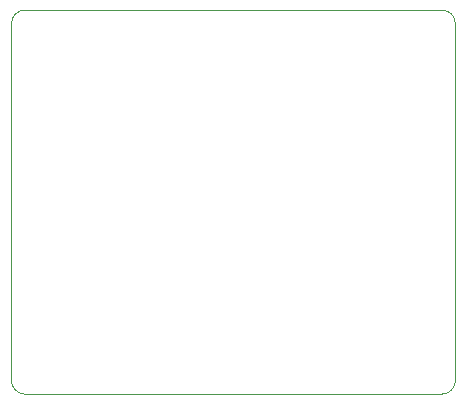
<source format=gbr>
%TF.GenerationSoftware,KiCad,Pcbnew,(5.1.5)-3*%
%TF.CreationDate,2020-10-03T13:17:45-05:00*%
%TF.ProjectId,BPS-ShuntResistorPCB,4250532d-5368-4756-9e74-526573697374,rev?*%
%TF.SameCoordinates,Original*%
%TF.FileFunction,Profile,NP*%
%FSLAX46Y46*%
G04 Gerber Fmt 4.6, Leading zero omitted, Abs format (unit mm)*
G04 Created by KiCad (PCBNEW (5.1.5)-3) date 2020-10-03 13:17:45*
%MOMM*%
%LPD*%
G04 APERTURE LIST*
%TA.AperFunction,Profile*%
%ADD10C,0.050000*%
%TD*%
G04 APERTURE END LIST*
D10*
X143510000Y-73406000D02*
G75*
G02X144653000Y-72263000I1143000J0D01*
G01*
X144653000Y-104775000D02*
G75*
G02X143510000Y-103632000I0J1143000D01*
G01*
X181102000Y-103632000D02*
G75*
G02X179959000Y-104775000I-1143000J0D01*
G01*
X179959000Y-72263000D02*
G75*
G02X181102000Y-73406000I0J-1143000D01*
G01*
X179959000Y-104775000D02*
X144653000Y-104775000D01*
X181102000Y-73406000D02*
X181102000Y-103632000D01*
X143510000Y-73406000D02*
X143510000Y-103632000D01*
X144653000Y-72263000D02*
X179959000Y-72263000D01*
M02*

</source>
